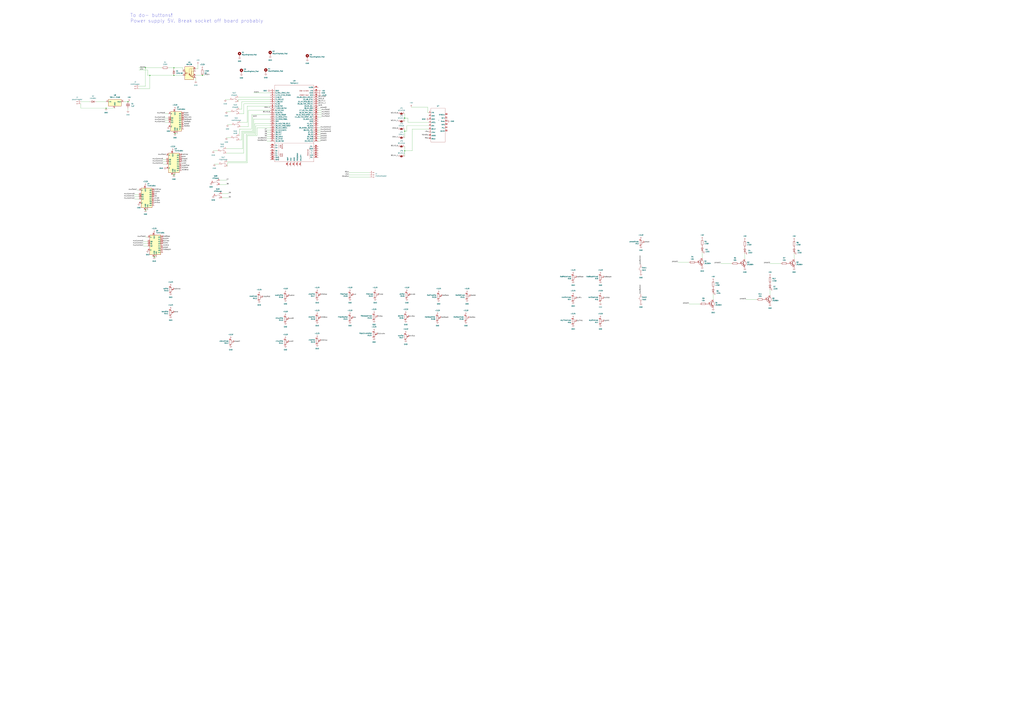
<source format=kicad_sch>
(kicad_sch (version 20230121) (generator eeschema)
  (paper "A0")
  (junction (at 201.93 78.74))
  (junction (at 123.19 125.73))
  (junction (at 148.59 118.11))
  (junction (at 168.91 78.74))
  (junction (at 469.9 152.4))
  (junction (at 201.93 87.63))
  (junction (at 469.9 137.16))
  (junction (at 168.91 243.84))
  (junction (at 179.07 298.45))
  (junction (at 203.2 154.94))
  (junction (at 469.9 175.26))
  (junction (at 234.95 87.63))
  (junction (at 173.99 87.63))
  (junction (at 201.93 203.2))
  (wire (pts (xy 922.02 294.64) (xy 922.02 300.99)))
  (wire (pts (xy 255.27 214.63) (xy 262.89 214.63)))
  (wire (pts (xy 148.59 125.73) (xy 148.59 128.27)))
  (wire (pts (xy 93.98 118.11) (xy 104.14 118.11)))
  (wire (pts (xy 212.09 78.74) (xy 212.09 82.55)))
  (wire (pts (xy 262.89 172.72) (xy 281.94 172.72)))
  (wire (pts (xy 800.1 353.06) (xy 812.8 353.06)))
  (wire (pts (xy 313.69 143.51) (xy 295.91 143.51)))
  (wire (pts (xy 372.11 151.13) (xy 369.57 151.13)))
  (wire (pts (xy 894.08 306.07) (xy 906.78 306.07)))
  (wire (pts (xy 294.64 138.43) (xy 313.69 138.43)))
  (wire (pts (xy 257.81 229.87) (xy 265.43 229.87)))
  (wire (pts (xy 469.9 175.26) (xy 469.9 181.61)))
  (wire (pts (xy 191.77 132.08) (xy 195.58 132.08)))
  (wire (pts (xy 478.79 175.26) (xy 469.9 175.26)))
  (wire (pts (xy 372.11 158.75) (xy 369.57 158.75)))
  (wire (pts (xy 189.23 185.42) (xy 193.04 185.42)))
  (wire (pts (xy 148.59 118.11) (xy 149.86 118.11)))
  (wire (pts (xy 297.18 146.05) (xy 313.69 146.05)))
  (wire (pts (xy 866.14 347.98) (xy 878.84 347.98)))
  (wire (pts (xy 309.88 163.83) (xy 313.69 163.83)))
  (wire (pts (xy 309.88 151.13) (xy 313.69 151.13)))
  (wire (pts (xy 280.67 152.4) (xy 280.67 162.56)))
  (wire (pts (xy 298.45 157.48) (xy 287.02 157.48)))
  (wire (pts (xy 372.11 148.59) (xy 369.57 148.59)))
  (wire (pts (xy 288.29 147.32) (xy 279.4 147.32)))
  (wire (pts (xy 469.9 152.4) (xy 469.9 160.02)))
  (wire (pts (xy 285.75 187.96) (xy 285.75 156.21)))
  (wire (pts (xy 264.16 187.96) (xy 285.75 187.96)))
  (wire (pts (xy 203.2 154.94) (xy 205.74 154.94)))
  (wire (pts (xy 894.08 336.55) (xy 894.08 342.9)))
  (wire (pts (xy 285.75 156.21) (xy 297.18 156.21)))
  (wire (pts (xy 280.67 162.56) (xy 278.13 162.56)))
  (wire (pts (xy 262.89 160.02) (xy 267.97 160.02)))
  (wire (pts (xy 836.93 306.07) (xy 849.63 306.07)))
  (wire (pts (xy 191.77 137.16) (xy 195.58 137.16)))
  (wire (pts (xy 156.21 231.14) (xy 161.29 231.14)))
  (wire (pts (xy 283.21 120.65) (xy 313.69 120.65)))
  (wire (pts (xy 189.23 190.5) (xy 193.04 190.5)))
  (wire (pts (xy 373.38 128.27) (xy 369.57 128.27)))
  (wire (pts (xy 292.1 149.86) (xy 292.1 133.35)))
  (wire (pts (xy 864.87 294.64) (xy 864.87 300.99)))
  (wire (pts (xy 158.75 220.98) (xy 161.29 220.98)))
  (wire (pts (xy 168.91 243.84) (xy 171.45 243.84)))
  (wire (pts (xy 309.88 158.75) (xy 313.69 158.75)))
  (wire (pts (xy 828.04 341.63) (xy 828.04 347.98)))
  (wire (pts (xy 278.13 157.48) (xy 278.13 149.86)))
  (wire (pts (xy 276.86 118.11) (xy 276.86 115.57)))
  (wire (pts (xy 294.64 153.67) (xy 294.64 138.43)))
  (wire (pts (xy 161.29 78.74) (xy 168.91 78.74)))
  (wire (pts (xy 261.62 115.57) (xy 266.7 115.57)))
  (wire (pts (xy 262.89 129.54) (xy 267.97 129.54)))
  (wire (pts (xy 372.11 156.21) (xy 369.57 156.21)))
  (wire (pts (xy 469.9 170.18) (xy 469.9 175.26)))
  (wire (pts (xy 292.1 133.35) (xy 313.69 133.35)))
  (wire (pts (xy 472.44 152.4) (xy 469.9 152.4)))
  (wire (pts (xy 288.29 128.27) (xy 288.29 147.32)))
  (wire (pts (xy 278.13 149.86) (xy 292.1 149.86)))
  (wire (pts (xy 168.91 78.74) (xy 187.96 78.74)))
  (wire (pts (xy 283.21 177.8) (xy 262.89 177.8)))
  (wire (pts (xy 309.88 153.67) (xy 313.69 153.67)))
  (wire (pts (xy 293.37 152.4) (xy 280.67 152.4)))
  (wire (pts (xy 123.19 125.73) (xy 133.35 125.73)))
  (wire (pts (xy 278.13 127) (xy 280.67 127)))
  (wire (pts (xy 297.18 156.21) (xy 297.18 146.05)))
  (wire (pts (xy 287.02 123.19) (xy 313.69 123.19)))
  (wire (pts (xy 248.92 190.5) (xy 254 190.5)))
  (wire (pts (xy 469.9 137.16) (xy 469.9 140.97)))
  (wire (pts (xy 313.69 128.27) (xy 288.29 128.27)))
  (wire (pts (xy 298.45 148.59) (xy 298.45 157.48)))
  (wire (pts (xy 496.57 124.46) (xy 496.57 130.81)))
  (wire (pts (xy 287.02 157.48) (xy 287.02 189.23)))
  (wire (pts (xy 227.33 90.17) (xy 227.33 93.98)))
  (wire (pts (xy 156.21 226.06) (xy 161.29 226.06)))
  (wire (pts (xy 478.79 149.86) (xy 478.79 175.26)))
  (wire (pts (xy 201.93 78.74) (xy 201.93 80.01)))
  (wire (pts (xy 313.69 148.59) (xy 298.45 148.59)))
  (wire (pts (xy 179.07 298.45) (xy 181.61 298.45)))
  (wire (pts (xy 372.11 163.83) (xy 369.57 163.83)))
  (wire (pts (xy 473.71 137.16) (xy 469.9 137.16)))
  (wire (pts (xy 161.29 81.28) (xy 171.45 81.28)))
  (wire (pts (xy 166.37 285.75) (xy 171.45 285.75)))
  (wire (pts (xy 201.93 203.2) (xy 203.2 203.2)))
  (wire (pts (xy 294.64 107.95) (xy 313.69 107.95)))
  (wire (pts (xy 234.95 87.63) (xy 237.49 87.63)))
  (wire (pts (xy 189.23 187.96) (xy 193.04 187.96)))
  (wire (pts (xy 281.94 153.67) (xy 294.64 153.67)))
  (wire (pts (xy 276.86 113.03) (xy 313.69 113.03)))
  (wire (pts (xy 200.66 203.2) (xy 201.93 203.2)))
  (wire (pts (xy 373.38 135.89) (xy 369.57 135.89)))
  (wire (pts (xy 93.98 125.73) (xy 123.19 125.73)))
  (wire (pts (xy 477.52 124.46) (xy 496.57 124.46)))
  (wire (pts (xy 697.23 351.79) (xy 697.23 350.52)))
  (wire (pts (xy 173.99 87.63) (xy 201.93 87.63)))
  (wire (pts (xy 227.33 87.63) (xy 234.95 87.63)))
  (wire (pts (xy 496.57 130.81) (xy 497.84 130.81)))
  (wire (pts (xy 276.86 115.57) (xy 313.69 115.57)))
  (wire (pts (xy 171.45 87.63) (xy 171.45 81.28)))
  (wire (pts (xy 369.57 125.73) (xy 372.11 125.73)))
  (wire (pts (xy 168.91 275.59) (xy 171.45 275.59)))
  (wire (pts (xy 469.9 132.08) (xy 469.9 137.16)))
  (wire (pts (xy 143.51 118.11) (xy 148.59 118.11)))
  (wire (pts (xy 787.4 304.8) (xy 800.1 304.8)))
  (wire (pts (xy 168.91 100.33) (xy 168.91 78.74)))
  (wire (pts (xy 497.84 146.05) (xy 472.44 146.05)))
  (wire (pts (xy 280.67 127) (xy 280.67 118.11)))
  (wire (pts (xy 173.99 102.87) (xy 173.99 87.63)))
  (wire (pts (xy 287.02 142.24) (xy 287.02 123.19)))
  (wire (pts (xy 195.58 78.74) (xy 201.93 78.74)))
  (wire (pts (xy 264.16 144.78) (xy 269.24 144.78)))
  (wire (pts (xy 309.88 161.29) (xy 313.69 161.29)))
  (wire (pts (xy 229.87 80.01) (xy 229.87 74.93)))
  (wire (pts (xy 111.76 118.11) (xy 123.19 118.11)))
  (wire (pts (xy 161.29 102.87) (xy 173.99 102.87)))
  (wire (pts (xy 247.65 175.26) (xy 252.73 175.26)))
  (wire (pts (xy 295.91 154.94) (xy 283.21 154.94)))
  (wire (pts (xy 171.45 87.63) (xy 173.99 87.63)))
  (wire (pts (xy 287.02 189.23) (xy 264.16 189.23)))
  (wire (pts (xy 473.71 142.24) (xy 473.71 137.16)))
  (wire (pts (xy 166.37 280.67) (xy 171.45 280.67)))
  (wire (pts (xy 201.93 87.63) (xy 212.09 87.63)))
  (wire (pts (xy 281.94 172.72) (xy 281.94 153.67)))
  (wire (pts (xy 255.27 209.55) (xy 262.89 209.55)))
  (wire (pts (xy 295.91 143.51) (xy 295.91 154.94)))
  (wire (pts (xy 405.13 205.74) (xy 429.26 205.74)))
  (wire (pts (xy 283.21 132.08) (xy 283.21 120.65)))
  (wire (pts (xy 93.98 120.65) (xy 93.98 125.73)))
  (wire (pts (xy 191.77 142.24) (xy 195.58 142.24)))
  (wire (pts (xy 156.21 228.6) (xy 161.29 228.6)))
  (wire (pts (xy 278.13 132.08) (xy 283.21 132.08)))
  (wire (pts (xy 161.29 100.33) (xy 168.91 100.33)))
  (wire (pts (xy 280.67 118.11) (xy 313.69 118.11)))
  (wire (pts (xy 472.44 146.05) (xy 472.44 152.4)))
  (wire (pts (xy 279.4 142.24) (xy 287.02 142.24)))
  (wire (pts (xy 815.34 293.37) (xy 815.34 299.72)))
  (wire (pts (xy 264.16 189.23) (xy 264.16 193.04)))
  (wire (pts (xy 497.84 142.24) (xy 473.71 142.24)))
  (wire (pts (xy 497.84 149.86) (xy 478.79 149.86)))
  (wire (pts (xy 405.13 203.2) (xy 429.26 203.2)))
  (wire (pts (xy 166.37 283.21) (xy 171.45 283.21)))
  (wire (pts (xy 373.38 130.81) (xy 369.57 130.81)))
  (wire (pts (xy 227.33 80.01) (xy 229.87 80.01)))
  (wire (pts (xy 201.93 78.74) (xy 212.09 78.74)))
  (wire (pts (xy 283.21 154.94) (xy 283.21 177.8)))
  (wire (pts (xy 293.37 135.89) (xy 293.37 152.4)))
  (wire (pts (xy 309.88 156.21) (xy 313.69 156.21)))
  (wire (pts (xy 191.77 139.7) (xy 195.58 139.7)))
  (wire (pts (xy 373.38 133.35) (xy 369.57 133.35)))
  (wire (pts (xy 257.81 224.79) (xy 265.43 224.79)))
  (wire (pts (xy 405.13 200.66) (xy 429.26 200.66)))
  (wire (pts (xy 372.11 153.67) (xy 369.57 153.67)))
  (wire (pts (xy 372.11 161.29) (xy 369.57 161.29)))
  (wire (pts (xy 469.9 149.86) (xy 469.9 152.4)))
  (text "To do- buttons!\nPower supply 5V. Break socket off board probably" (at 151.13 26.67 0) (effects (font (size 4 4)) (justify left bottom)))
  (label "saveButton" (at 744.22 307.34 90))
  (label "dlyAmt" (at 701.04 373.38 0))
  (label "lfoADepth" (at 511.81 369.57 0))
  (label "27" (at 262.89 209.55 0))
  (label "27" (at 309.88 151.13 180))
  (label "lfoARate" (at 513.08 344.17 0))
  (label "tuneC" (at 210.82 190.5 0))
  (label "preset4" (at 800.1 353.06 180))
  (label "muxControl2" (at 156.21 231.14 180))
  (label "VCOCVol" (at 372.11 396.24 0))
  (label "lfoAAtt" (at 546.1 344.17 0))
  (label "SubVol" (at 179.07 223.52 0))
  (label "muxPots3" (at 168.91 275.59 180))
  (label "tuneC" (at 335.28 397.51 0))
  (label "revMix" (at 189.23 283.21 0))
  (label "preset1" (at 372.11 163.83 0))
  (label "WCLK4_1" (at 462.28 140.97 180))
  (label "resetButton" (at 309.88 163.83 180))
  (label "muxControl2" (at 191.77 142.24 180))
  (label "VCOAVol" (at 372.11 342.9 0))
  (label "tuneB" (at 210.82 187.96 0))
  (label "lfoBRate" (at 669.29 322.58 0))
  (label "preset1" (at 787.4 304.8 180))
  (label "preset2" (at 372.11 161.29 0))
  (label "muxControl0" (at 189.23 185.42 180))
  (label "filtEnvAm" (at 213.36 137.16 0))
  (label "muxControl0" (at 166.37 280.67 180))
  (label "muxControl1" (at 156.21 228.6 180))
  (label "VCOCVol" (at 179.07 220.98 0))
  (label "bend" (at 201.93 363.22 0))
  (label "filtDec" (at 213.36 134.62 0))
  (label "to19" (at 369.57 123.19 0))
  (label "muxControl1" (at 372.11 151.13 0))
  (label "lfoADepth" (at 213.36 139.7 0))
  (label "muxControl2" (at 189.23 190.5 180))
  (label "VCOAVol" (at 210.82 195.58 0))
  (label "29" (at 265.43 224.79 0))
  (label "29" (at 309.88 156.21 180))
  (label "muxPots2" (at 158.75 220.98 180))
  (label "sink" (at 162.56 81.28 0))
  (label "LOut" (at 497.84 153.67 180))
  (label "lfoBRate" (at 189.23 275.59 0))
  (label "saveButton" (at 309.88 161.29 180))
  (label "ROut" (at 405.13 200.66 180))
  (label "LOut" (at 405.13 203.2 180))
  (label "cut" (at 179.07 226.06 0))
  (label "to19" (at 293.37 135.89 0))
  (label "mainVol" (at 201.93 336.55 0))
  (label "WCLK3_6" (at 462.28 132.08 180))
  (label "DIN4_1" (at 462.28 160.02 180))
  (label "VCOBVol" (at 210.82 198.12 0))
  (label "envAtt" (at 476.25 342.9 0))
  (label "preset2" (at 836.93 306.07 180))
  (label "tuneB" (at 335.28 370.84 0))
  (label "res" (at 410.21 369.57 0))
  (label "muxControl2" (at 372.11 148.59 0))
  (label "revSize" (at 189.23 285.75 0))
  (label "preset4" (at 372.11 156.21 0))
  (label "muxControl1" (at 189.23 187.96 180))
  (label "muxControl0" (at 372.11 153.67 0))
  (label "midiIn" (at 294.64 107.95 0))
  (label "AGndOut" (at 405.13 205.74 180))
  (label "cut" (at 410.21 342.9 0))
  (label "BCLK4_1" (at 462.28 181.61 180))
  (label "envDec" (at 179.07 233.68 0))
  (label "muxControl1" (at 166.37 283.21 180))
  (label "crossMod" (at 210.82 193.04 0))
  (label "muxPots1" (at 373.38 130.81 0))
  (label "DIN3_6" (at 369.57 115.57 0))
  (label "WCLK3_6" (at 369.57 113.03 0))
  (label "muxControl0" (at 156.21 226.06 180))
  (label "envSus" (at 474.98 391.16 0))
  (label "30" (at 265.43 229.87 0))
  (label "AGndOut" (at 497.84 157.48 180))
  (label "midiIn" (at 237.49 87.63 0))
  (label "muxPots0" (at 373.38 128.27 0))
  (label "preset5" (at 866.14 347.98 180))
  (label "muxPots2" (at 373.38 133.35 0))
  (label "envDec" (at 474.98 368.3 0))
  (label "muxControl0" (at 191.77 137.16 180))
  (label "preset5" (at 372.11 125.73 0))
  (label "BCLK4_1" (at 369.57 118.11 0))
  (label "30" (at 309.88 158.75 180))
  (label "revSize" (at 701.04 346.71 0))
  (label "muxPots3" (at 373.38 135.89 0))
  (label "lfoARate" (at 213.36 142.24 0))
  (label "28" (at 309.88 153.67 180))
  (label "muxPots1" (at 193.04 180.34 180))
  (label "revMix" (at 669.29 346.71 0))
  (label "bend" (at 210.82 182.88 0))
  (label "lfoBdepth" (at 701.04 322.58 0))
  (label "ROut" (at 497.84 161.29 180))
  (label "VCOBVol" (at 372.11 369.57 0))
  (label "crossMod" (at 304.8 345.44 0))
  (label "dlyTime" (at 669.29 373.38 0))
  (label "preset3" (at 894.08 306.07 180))
  (label "28" (at 262.89 214.63 0))
  (label "BCLK3_6" (at 462.28 170.18 180))
  (label "resetButton" (at 744.22 341.63 90))
  (label "dlyAmt" (at 189.23 278.13 0))
  (label "filtAtt" (at 213.36 132.08 0))
  (label "filtDec" (at 438.15 368.3 0))
  (label "BCLK3_6" (at 313.69 130.81 180))
  (label "lfoADec" (at 213.36 147.32 0))
  (label "dlyTime" (at 189.23 280.67 0))
  (label "mainVol" (at 210.82 180.34 0))
  (label "SubVol" (at 335.28 344.17 0))
  (label "res" (at 179.07 228.6 0))
  (label "lfoBdepth" (at 189.23 290.83 0))
  (label "preset3" (at 372.11 158.75 0))
  (label "DIN3_6" (at 462.28 149.86 180))
  (label "preset" (at 748.03 281.94 0))
  (label "envAtt" (at 179.07 231.14 0))
  (label "muxControl1" (at 191.77 139.7 180))
  (label "filtEnvAm" (at 438.15 388.62 0))
  (label "shapeC" (at 210.82 185.42 0))
  (label "filtAtt" (at 439.42 342.9 0))
  (label "muxControl2" (at 166.37 285.75 180))
  (label "WCLK4_1" (at 369.57 120.65 0))
  (label "DIN4_1" (at 313.69 125.73 180))
  (label "shapeC" (at 271.78 397.51 0))
  (label "source" (at 162.56 78.74 0))
  (label "muxPots0" (at 191.77 132.08 180))
  (label "lfoAAtt" (at 213.36 144.78 0))
  (label "preset" (at 189.23 288.29 0))
  (label "lfoADec" (at 544.83 369.57 0))
  (label "envSus" (at 179.07 236.22 0))
  (symbol (lib_id "Transistor_BJT:2N3904") (at 891.54 347.98 0) (unit 1)
    (property "Reference" "Q5" (at 896.62 346.71 0) (effects (justify left)))
    (property "Value" "2N3904" (at 896.62 349.25 0) (effects (justify left)))
    (property "Footprint" "Package_TO_SOT_THT:TO-92_Inline" (effects hide))
    (property "Datasheet" "https://www.onsemi.com/pub/Collateral/2N3903-D.PDF" (effects hide))
  )
  (symbol (lib_id "Device:R") (at 828.04 330.2 180) (unit 1)
    (property "Reference" "R10" (at 830.58 328.93 0) (effects (justify right)))
    (property "Value" "470R" (at 830.58 331.47 0) (effects (justify right)))
    (property "Footprint" "Resistor_THT:R_Axial_DIN0207_L6.3mm_D2.5mm_P7.62mm_Horizontal" (effects hide))
  )
  (symbol (lib_id "Device:R_Potentiometer") (at 198.12 336.55 0) (mirror x) (unit 1)
    (property "Reference" "RV10" (at 195.58 337.82 0) (effects (justify right)))
    (property "Value" "volPot" (at 195.58 335.28 0) (effects (justify right)))
    (property "Footprint" "footprints:alphaPot_Centred" (effects hide))
  )
  (symbol (lib_id "andrewsThings:Teensy4.1") (at 341.63 160.02 0) (unit 1)
    (property "Reference" "U9" (at 341.63 93.98 0))
    (property "Value" "Teensy4.1" (at 341.63 96.52 0))
    (property "Footprint" "footprints:Teensy41" (effects hide))
  )
  (symbol (lib_id "power:+3.3V") (at 697.23 342.9 0) (unit 1)
    (property "Reference" "#PWR052" (effects hide))
    (property "Value" "+3.3V" (at 697.23 337.82 0))
  )
  (symbol (lib_id "power:GND") (at 203.2 154.94 0) (unit 1)
    (property "Reference" "#PWR06" (effects hide))
    (property "Value" "GND" (at 203.2 160.02 0))
  )
  (symbol (lib_id "Switch:SW_SPDT_MSM") (at 273.05 129.54 0) (unit 1)
    (property "Reference" "SW3" (at 273.177 121.92 0))
    (property "Value" "shapeB" (at 273.177 124.46 0))
    (property "Footprint" "footprints:miniToggle" (effects hide))
  )
  (symbol (lib_id "power:+3.3V") (at 471.17 387.35 0) (unit 1)
    (property "Reference" "#PWR094" (effects hide))
    (property "Value" "+3.3V" (at 471.17 382.27 0))
  )
  (symbol (lib_id "power:GND") (at 262.89 160.02 0) (unit 1)
    (property "Reference" "#PWR037" (effects hide))
    (property "Value" "GND" (at 262.89 165.1 0))
  )
  (symbol (lib_id "power:GND") (at 264.16 144.78 0) (unit 1)
    (property "Reference" "#PWR036" (effects hide))
    (property "Value" "GND" (at 264.16 149.86 0))
  )
  (symbol (lib_id "power:+3.3V") (at 472.44 339.09 0) (unit 1)
    (property "Reference" "#PWR090" (effects hide))
    (property "Value" "+3.3V" (at 472.44 334.01 0))
  )
  (symbol (lib_id "Device:R_Potentiometer_Trim") (at 697.23 322.58 0) (mirror x) (unit 1)
    (property "Reference" "RV9" (at 694.69 323.85 0) (effects (justify right)))
    (property "Value" "lfoBDepthKnob" (at 694.69 321.31 0) (effects (justify right)))
    (property "Footprint" "footprints:R0904N_newholes" (effects hide))
  )
  (symbol (lib_id "Device:R_Potentiometer") (at 434.34 388.62 0) (mirror x) (unit 1)
    (property "Reference" "RV24" (at 431.8 389.89 0) (effects (justify right)))
    (property "Value" "filterEnvAmtPot" (at 431.8 387.35 0) (effects (justify right)))
    (property "Footprint" "footprints:alphaPot_Centred" (effects hide))
  )
  (symbol (lib_id "Device:R_Potentiometer_Trim") (at 541.02 369.57 0) (mirror x) (unit 1)
    (property "Reference" "RV30" (at 538.48 370.84 0) (effects (justify right)))
    (property "Value" "lfoADecKnob" (at 538.48 368.3 0) (effects (justify right)))
    (property "Footprint" "footprints:R0904N_newholes" (effects hide))
  )
  (symbol (lib_id "Isolator:6N138") (at 219.71 85.09 0) (unit 1)
    (property "Reference" "U5" (at 219.71 72.39 0))
    (property "Value" "6N138" (at 219.71 74.93 0))
    (property "Footprint" "Package_DIP:DIP-8_W7.62mm" (effects hide))
    (property "Datasheet" "http://www.onsemi.com/pub/Collateral/HCPL2731-D.pdf" (effects hide))
  )
  (symbol (lib_id "power:GND") (at 864.87 311.15 0) (unit 1)
    (property "Reference" "#PWR026" (effects hide))
    (property "Value" "GND" (at 864.87 316.23 0))
  )
  (symbol (lib_id "power:+5V") (at 149.86 118.11 0) (unit 1)
    (property "Reference" "#PWR044" (effects hide))
    (property "Value" "+5V" (at 149.86 113.03 0))
  )
  (symbol (lib_id "Connector:Conn_01x02_Pin") (at 156.21 100.33 0) (unit 1)
    (property "Reference" "J3" (at 156.845 95.25 0))
    (property "Value" "midiHeader" (at 156.845 97.79 0))
    (property "Footprint" "TerminalBlock_Phoenix:TerminalBlock_Phoenix_MPT-0,5-2-2.54_1x02_P2.54mm_Horizontal" (effects hide))
  )
  (symbol (lib_id "power:+3.3V") (at 331.47 367.03 0) (unit 1)
    (property "Reference" "#PWR068" (effects hide))
    (property "Value" "+3.3V" (at 331.47 361.95 0))
  )
  (symbol (lib_id "Device:R_Potentiometer") (at 198.12 363.22 0) (mirror x) (unit 1)
    (property "Reference" "RV11" (at 195.58 364.49 0) (effects (justify right)))
    (property "Value" "bendPot" (at 195.58 361.95 0) (effects (justify right)))
    (property "Footprint" "footprints:alphaPot_Centred" (effects hide))
  )
  (symbol (lib_id "Jumper:SolderJumper_2_Open") (at 466.09 149.86 0) (unit 1)
    (property "Reference" "JP3" (at 466.09 143.51 0))
    (property "Value" "DIN3.6" (at 466.09 146.05 0))
    (property "Footprint" "Jumper:SolderJumper-2_P1.3mm_Open_Pad1.0x1.5mm" (effects hide))
  )
  (symbol (lib_id "power:+5V") (at 477.52 124.46 0) (unit 1)
    (property "Reference" "#PWR016" (effects hide))
    (property "Value" "+5V" (at 477.52 119.38 0))
  )
  (symbol (lib_id "Device:R_Potentiometer") (at 368.3 342.9 0) (mirror x) (unit 1)
    (property "Reference" "RV17" (at 365.76 344.17 0) (effects (justify right)))
    (property "Value" "aVolPot" (at 365.76 341.63 0) (effects (justify right)))
    (property "Footprint" "footprints:alphaPot_Centred" (effects hide))
  )
  (symbol (lib_id "Mechanical:MountingHole_Pad") (at 278.13 63.5 0) (unit 1)
    (property "Reference" "H1" (at 280.67 60.96 0) (effects (justify left)))
    (property "Value" "MountingHole_Pad" (at 280.67 63.5 0) (effects (justify left)))
    (property "Footprint" "MountingHole:MountingHole_3.2mm_M3_Pad" (effects hide))
  )
  (symbol (lib_id "power:GND") (at 665.48 377.19 0) (unit 1)
    (property "Reference" "#PWR055" (effects hide))
    (property "Value" "GND" (at 665.48 382.27 0))
  )
  (symbol (lib_id "power:GND") (at 472.44 346.71 0) (unit 1)
    (property "Reference" "#PWR091" (effects hide))
    (property "Value" "GND" (at 472.44 351.79 0))
  )
  (symbol (lib_id "Device:R") (at 816.61 353.06 270) (unit 1)
    (property "Reference" "R9" (at 816.61 346.71 90))
    (property "Value" "10k" (at 816.61 349.25 90))
    (property "Footprint" "Resistor_THT:R_Axial_DIN0207_L6.3mm_D2.5mm_P7.62mm_Horizontal" (effects hide))
  )
  (symbol (lib_id "Device:R_Potentiometer_Trim") (at 665.48 373.38 0) (mirror x) (unit 1)
    (property "Reference" "RV6" (at 662.94 374.65 0) (effects (justify right)))
    (property "Value" "dlyTimeKnob" (at 662.94 372.11 0) (effects (justify right)))
    (property "Footprint" "footprints:R0904N_newholes" (effects hide))
  )
  (symbol (lib_id "Device:R_Potentiometer") (at 368.3 369.57 0) (mirror x) (unit 1)
    (property "Reference" "RV18" (at 365.76 370.84 0) (effects (justify right)))
    (property "Value" "bVolPot" (at 365.76 368.3 0) (effects (justify right)))
    (property "Footprint" "footprints:alphaPot_Centred" (effects hide))
  )
  (symbol (lib_id "power:+3.3V") (at 200.66 175.26 0) (unit 1)
    (property "Reference" "#PWR01" (effects hide))
    (property "Value" "+3.3V" (at 200.66 170.18 0))
  )
  (symbol (lib_id "power:GND") (at 471.17 394.97 0) (unit 1)
    (property "Reference" "#PWR095" (effects hide))
    (property "Value" "GND" (at 471.17 400.05 0))
  )
  (symbol (lib_id "Device:R_Potentiometer") (at 472.44 342.9 0) (mirror x) (unit 1)
    (property "Reference" "RV25" (at 469.9 344.17 0) (effects (justify right)))
    (property "Value" "attPot" (at 469.9 341.63 0) (effects (justify right)))
    (property "Footprint" "footprints:alphaPot_Centred" (effects hide))
  )
  (symbol (lib_id "Device:R_Potentiometer") (at 406.4 342.9 0) (mirror x) (unit 1)
    (property "Reference" "RV20" (at 403.86 344.17 0) (effects (justify right)))
    (property "Value" "filterFpot" (at 403.86 341.63 0) (effects (justify right)))
    (property "Footprint" "footprints:alphaPot_Centred" (effects hide))
  )
  (symbol (lib_id "power:+3.3V") (at 179.07 270.51 0) (unit 1)
    (property "Reference" "#PWR011" (effects hide))
    (property "Value" "+3.3V" (at 179.07 265.43 0))
  )
  (symbol (lib_id "Jumper:SolderJumper_2_Open") (at 466.09 181.61 0) (unit 1)
    (property "Reference" "JP6" (at 466.09 175.26 0))
    (property "Value" "BCLK4.1" (at 466.09 177.8 0))
    (property "Footprint" "Jumper:SolderJumper-2_P1.3mm_Open_Pad1.0x1.5mm" (effects hide))
  )
  (symbol (lib_id "power:GND") (at 406.4 346.71 0) (unit 1)
    (property "Reference" "#PWR083" (effects hide))
    (property "Value" "GND" (at 406.4 351.79 0))
  )
  (symbol (lib_id "power:GND") (at 280.3571 85.4801 0) (unit 1)
    (property "Reference" "#PWR047" (effects hide))
    (property "Value" "GND" (at 280.3571 90.5601 0))
  )
  (symbol (lib_id "Device:R") (at 803.91 304.8 270) (unit 1)
    (property "Reference" "R4" (at 803.91 298.45 90))
    (property "Value" "10k" (at 803.91 300.99 90))
    (property "Footprint" "Resistor_THT:R_Axial_DIN0207_L6.3mm_D2.5mm_P7.62mm_Horizontal" (effects hide))
  )
  (symbol (lib_id "Device:R_Potentiometer") (at 406.4 369.57 0) (mirror x) (unit 1)
    (property "Reference" "RV21" (at 403.86 370.84 0) (effects (justify right)))
    (property "Value" "filterResPot" (at 403.86 368.3 0) (effects (justify right)))
    (property "Footprint" "footprints:alphaPot_Centred" (effects hide))
  )
  (symbol (lib_id "power:GND") (at 697.23 377.19 0) (unit 1)
    (property "Reference" "#PWR057" (effects hide))
    (property "Value" "GND" (at 697.23 382.27 0))
  )
  (symbol (lib_id "power:+3.3V") (at 368.3 365.76 0) (unit 1)
    (property "Reference" "#PWR078" (effects hide))
    (property "Value" "+3.3V" (at 368.3 360.68 0))
  )
  (symbol (lib_id "power:+3.3V") (at 368.3 339.09 0) (unit 1)
    (property "Reference" "#PWR076" (effects hide))
    (property "Value" "+3.3V" (at 368.3 334.01 0))
  )
  (symbol (lib_id "power:GND") (at 161.29 236.22 0) (unit 1)
    (property "Reference" "#PWR08" (effects hide))
    (property "Value" "GND" (at 161.29 241.3 0))
  )
  (symbol (lib_id "power:GND") (at 198.12 340.36 0) (unit 1)
    (property "Reference" "#PWR063" (effects hide))
    (property "Value" "GND" (at 198.12 345.44 0))
  )
  (symbol (lib_id "power:GND") (at 313.69 105.41 270) (unit 1)
    (property "Reference" "#PWR018" (effects hide))
    (property "Value" "GND" (at 309.88 105.41 90) (effects (justify right)))
  )
  (symbol (lib_id "power:+3.3V") (at 744.22 278.13 0) (unit 1)
    (property "Reference" "#PWR048" (effects hide))
    (property "Value" "+3.3V" (at 744.22 273.05 0))
  )
  (symbol (lib_id "power:GND") (at 179.07 298.45 0) (unit 1)
    (property "Reference" "#PWR012" (effects hide))
    (property "Value" "GND" (at 179.07 303.53 0))
  )
  (symbol (lib_id "Transistor_BJT:2N3904") (at 825.5 353.06 0) (unit 1)
    (property "Reference" "Q4" (at 830.58 351.79 0) (effects (justify left)))
    (property "Value" "2N3904" (at 830.58 354.33 0) (effects (justify left)))
    (property "Footprint" "Package_TO_SOT_THT:TO-92_Inline" (effects hide))
    (property "Datasheet" "https://www.onsemi.com/pub/Collateral/2N3903-D.PDF" (effects hide))
  )
  (symbol (lib_id "power:GND") (at 471.17 372.11 0) (unit 1)
    (property "Reference" "#PWR093" (effects hide))
    (property "Value" "GND" (at 471.17 377.19 0))
  )
  (symbol (lib_id "power:+3.3V") (at 435.61 339.09 0) (unit 1)
    (property "Reference" "#PWR086" (effects hide))
    (property "Value" "+3.3V" (at 435.61 334.01 0))
  )
  (symbol (lib_id "power:GND") (at 434.34 392.43 0) (unit 1)
    (property "Reference" "#PWR089" (effects hide))
    (property "Value" "GND" (at 434.34 397.51 0))
  )
  (symbol (lib_id "power:+3.3V") (at 198.12 359.41 0) (unit 1)
    (property "Reference" "#PWR064" (effects hide))
    (property "Value" "+3.3V" (at 198.12 354.33 0))
  )
  (symbol (lib_id "power:+3.3V") (at 406.4 339.09 0) (unit 1)
    (property "Reference" "#PWR082" (effects hide))
    (property "Value" "+3.3V" (at 406.4 334.01 0))
  )
  (symbol (lib_id "Device:R_Potentiometer") (at 471.17 368.3 0) (mirror x) (unit 1)
    (property "Reference" "RV26" (at 468.63 369.57 0) (effects (justify right)))
    (property "Value" "decPot" (at 468.63 367.03 0) (effects (justify right)))
    (property "Footprint" "footprints:alphaPot_Centred" (effects hide))
  )
  (symbol (lib_id "Switch:SW_Push") (at 744.22 346.71 90) (unit 1)
    (property "Reference" "SW10" (at 745.49 345.44 90) (effects (justify right)))
    (property "Value" "reset" (at 745.49 347.98 90) (effects (justify right)))
    (property "Footprint" "footprints:pushButtonEuro" (effects hide))
  )
  (symbol (lib_id "Switch:SW_SPDT_MSM") (at 250.19 212.09 0) (unit 1)
    (property "Reference" "SW8" (at 250.317 204.47 0))
    (property "Value" "LFOdest" (at 250.317 207.01 0))
    (property "Footprint" "footprints:miniToggle" (effects hide))
  )
  (symbol (lib_id "Connector:Conn_01x02_Pin") (at 88.9 118.11 0) (unit 1)
    (property "Reference" "J4" (at 89.535 113.03 0))
    (property "Value" "powerHeader" (at 89.535 115.57 0))
    (property "Footprint" "TerminalBlock_Phoenix:TerminalBlock_Phoenix_MPT-0,5-2-2.54_1x02_P2.54mm_Horizontal" (effects hide))
  )
  (symbol (lib_id "power:+5V") (at 864.87 279.4 0) (unit 1)
    (property "Reference" "#PWR025" (effects hide))
    (property "Value" "+5V" (at 864.87 274.32 0))
  )
  (symbol (lib_id "Device:R") (at 191.77 78.74 90) (unit 1)
    (property "Reference" "R1" (at 191.77 72.39 90))
    (property "Value" "220R" (at 191.77 74.93 90))
    (property "Footprint" "Resistor_THT:R_Axial_DIN0207_L6.3mm_D2.5mm_P7.62mm_Horizontal" (effects hide))
  )
  (symbol (lib_id "power:GND") (at 368.3 346.71 0) (unit 1)
    (property "Reference" "#PWR077" (effects hide))
    (property "Value" "GND" (at 368.3 351.79 0))
  )
  (symbol (lib_id "power:+5V") (at 828.04 326.39 0) (unit 1)
    (property "Reference" "#PWR029" (effects hide))
    (property "Value" "+5V" (at 828.04 321.31 0))
  )
  (symbol (lib_id "power:GND") (at 245.11 212.09 0) (unit 1)
    (property "Reference" "#PWR040" (effects hide))
    (property "Value" "GND" (at 245.11 217.17 0))
  )
  (symbol (lib_id "Switch:SW_SPDT_MSM") (at 252.73 227.33 0) (unit 1)
    (property "Reference" "SW9" (at 252.857 219.71 0))
    (property "Value" "LFOShape" (at 252.857 222.25 0))
    (property "Footprint" "footprints:miniToggle" (effects hide))
  )
  (symbol (lib_id "power:GND") (at 278.13 66.04 0) (unit 1)
    (property "Reference" "#PWR045" (effects hide))
    (property "Value" "GND" (at 278.13 71.12 0))
  )
  (symbol (lib_id "power:GND") (at 519.43 140.97 90) (unit 1)
    (property "Reference" "#PWR013" (effects hide))
    (property "Value" "GND" (at 523.24 140.97 90) (effects (justify right)))
  )
  (symbol (lib_id "Device:R_Potentiometer_Trim") (at 434.34 368.3 0) (mirror x) (unit 1)
    (property "Reference" "RV23" (at 431.8 369.57 0) (effects (justify right)))
    (property "Value" "fReleaseKnob" (at 431.8 367.03 0) (effects (justify right)))
    (property "Footprint" "footprints:R0904N_newholes" (effects hide))
  )
  (symbol (lib_id "Device:R") (at 910.59 306.07 270) (unit 1)
    (property "Reference" "R7" (at 910.59 299.72 90))
    (property "Value" "10k" (at 910.59 302.26 90))
    (property "Footprint" "Resistor_THT:R_Axial_DIN0207_L6.3mm_D2.5mm_P7.62mm_Horizontal" (effects hide))
  )
  (symbol (lib_id "power:+5V") (at 815.34 278.13 0) (unit 1)
    (property "Reference" "#PWR023" (effects hide))
    (property "Value" "+5V" (at 815.34 273.05 0))
  )
  (symbol (lib_id "power:GND") (at 331.47 347.98 0) (unit 1)
    (property "Reference" "#PWR075" (effects hide))
    (property "Value" "GND" (at 331.47 353.06 0))
  )
  (symbol (lib_id "power:GND") (at 267.97 401.32 0) (unit 1)
    (property "Reference" "#PWR067" (effects hide))
    (property "Value" "GND" (at 267.97 406.4 0))
  )
  (symbol (lib_id "power:GND") (at 665.48 350.52 0) (unit 1)
    (property "Reference" "#PWR051" (effects hide))
    (property "Value" "GND" (at 665.48 355.6 0))
  )
  (symbol (lib_id "Device:R_Potentiometer") (at 509.27 344.17 0) (mirror x) (unit 1)
    (property "Reference" "RV29" (at 506.73 345.44 0) (effects (justify right)))
    (property "Value" "lfoAFreqPot" (at 506.73 342.9 0) (effects (justify right)))
    (property "Footprint" "footprints:alphaPot_Centred" (effects hide))
  )
  (symbol (lib_id "power:GND") (at 922.02 311.15 0) (unit 1)
    (property "Reference" "#PWR028" (effects hide))
    (property "Value" "GND" (at 922.02 316.23 0))
  )
  (symbol (lib_id "Device:R") (at 234.95 83.82 0) (mirror y) (unit 1)
    (property "Reference" "R2" (at 237.49 85.09 0) (effects (justify right)))
    (property "Value" "470R" (at 237.49 82.55 0) (effects (justify right)))
    (property "Footprint" "Resistor_THT:R_Axial_DIN0207_L6.3mm_D2.5mm_P7.62mm_Horizontal" (effects hide))
  )
  (symbol (lib_id "Mechanical:MountingHole_Pad") (at 308.61 82.55 0) (unit 1)
    (property "Reference" "H4" (at 311.15 80.01 0) (effects (justify left)))
    (property "Value" "MountingHole_Pad" (at 311.15 82.55 0) (effects (justify left)))
    (property "Footprint" "MountingHole:MountingHole_3.2mm_M3_Pad" (effects hide))
  )
  (symbol (lib_id "power:GND") (at 697.23 326.39 0) (unit 1)
    (property "Reference" "#PWR061" (effects hide))
    (property "Value" "GND" (at 697.23 331.47 0))
  )
  (symbol (lib_id "power:GND") (at 744.22 317.5 0) (unit 1)
    (property "Reference" "#PWR043" (effects hide))
    (property "Value" "GND" (at 744.22 322.58 0))
  )
  (symbol (lib_id "power:GND") (at 247.65 175.26 0) (unit 1)
    (property "Reference" "#PWR038" (effects hide))
    (property "Value" "GND" (at 247.65 180.34 0))
  )
  (symbol (lib_id "Connector:Conn_01x03_Pin") (at 434.34 203.2 180) (unit 1)
    (property "Reference" "J1" (at 435.61 201.93 0) (effects (justify right)))
    (property "Value" "lineOutHeader" (at 435.61 204.47 0) (effects (justify right)))
    (property "Footprint" "TerminalBlock_Phoenix:TerminalBlock_Phoenix_MPT-0,5-3-2.54_1x03_P2.54mm_Horizontal" (effects hide))
  )
  (symbol (lib_id "andrewsThings:UDA1334Breakout") (at 502.92 144.78 0) (unit 1)
    (property "Reference" "U7" (at 508.635 123.19 0))
    (property "Value" "~" (at 509.27 139.7 90))
    (property "Footprint" "footprints:1334ABreakout" (effects hide))
  )
  (symbol (lib_id "Jumper:SolderJumper_2_Open") (at 466.09 160.02 0) (unit 1)
    (property "Reference" "JP4" (at 466.09 153.67 0))
    (property "Value" "DIN4.1" (at 466.09 156.21 0))
    (property "Footprint" "Jumper:SolderJumper-2_P1.3mm_Open_Pad1.0x1.5mm" (effects hide))
  )
  (symbol (lib_id "Device:R_Potentiometer_Trim") (at 542.29 344.17 0) (mirror x) (unit 1)
    (property "Reference" "RV31" (at 539.75 345.44 0) (effects (justify right)))
    (property "Value" "lfoAAttKnob" (at 539.75 342.9 0) (effects (justify right)))
    (property "Footprint" "footprints:R0904N_newholes" (effects hide))
  )
  (symbol (lib_id "power:GND") (at 509.27 347.98 0) (unit 1)
    (property "Reference" "#PWR099" (effects hide))
    (property "Value" "GND" (at 509.27 353.06 0))
  )
  (symbol (lib_id "Transistor_BJT:2N3904") (at 919.48 306.07 0) (unit 1)
    (property "Reference" "Q3" (at 924.56 304.8 0) (effects (justify left)))
    (property "Value" "2N3904" (at 924.56 307.34 0) (effects (justify left)))
    (property "Footprint" "Package_TO_SOT_THT:TO-92_Inline" (effects hide))
    (property "Datasheet" "https://www.onsemi.com/pub/Collateral/2N3903-D.PDF" (effects hide))
  )
  (symbol (lib_id "Jumper:SolderJumper_2_Open") (at 466.09 170.18 0) (unit 1)
    (property "Reference" "JP5" (at 466.09 163.83 0))
    (property "Value" "BCLK3.6" (at 466.09 166.37 0))
    (property "Footprint" "Jumper:SolderJumper-2_P1.3mm_Open_Pad1.0x1.5mm" (effects hide))
  )
  (symbol (lib_id "power:GND") (at 262.89 129.54 0) (unit 1)
    (property "Reference" "#PWR035" (effects hide))
    (property "Value" "GND" (at 262.89 134.62 0))
  )
  (symbol (lib_id "74xx:74HC4051") (at 179.07 283.21 0) (unit 1)
    (property "Reference" "U6" (at 181.0259 267.97 0) (effects (justify left)))
    (property "Value" "74HC4051" (at 181.0259 270.51 0) (effects (justify left)))
    (property "Footprint" "Package_DIP:DIP-16_W7.62mm" (effects hide))
    (property "Datasheet" "http://www.ti.com/lit/ds/symlink/cd74hc4051.pdf" (effects hide))
  )
  (symbol (lib_id "Device:R") (at 882.65 347.98 270) (unit 1)
    (property "Reference" "R11" (at 882.65 341.63 90))
    (property "Value" "10k" (at 882.65 344.17 90))
    (property "Footprint" "Resistor_THT:R_Axial_DIN0207_L6.3mm_D2.5mm_P7.62mm_Horizontal" (effects hide))
  )
  (symbol (lib_id "power:+3.3V") (at 300.99 341.63 0) (unit 1)
    (property "Reference" "#PWR072" (effects hide))
    (property "Value" "+3.3V" (at 300.99 336.55 0))
  )
  (symbol (lib_id "power:+3.3V") (at 697.23 369.57 0) (unit 1)
    (property "Reference" "#PWR056" (effects hide))
    (property "Value" "+3.3V" (at 697.23 364.49 0))
  )
  (symbol (lib_id "Jumper:SolderJumper_2_Open") (at 466.09 140.97 0) (unit 1)
    (property "Reference" "JP2" (at 466.09 134.62 0))
    (property "Value" "WCLK4.1" (at 466.09 137.16 0))
    (property "Footprint" "Jumper:SolderJumper-2_P1.3mm_Open_Pad1.0x1.5mm" (effects hide))
  )
  (symbol (lib_id "power:GND") (at 744.22 351.79 0) (unit 1)
    (property "Reference" "#PWR042" (effects hide))
    (property "Value" "GND" (at 744.22 356.87 0))
  )
  (symbol (lib_id "power:GND") (at 331.47 374.65 0) (unit 1)
    (property "Reference" "#PWR069" (effects hide))
    (property "Value" "GND" (at 331.47 379.73 0))
  )
  (symbol (lib_id "power:+3.3V") (at 542.29 340.36 0) (unit 1)
    (property "Reference" "#PWR0100" (effects hide))
    (property "Value" "+3.3V" (at 542.29 335.28 0))
  )
  (symbol (lib_id "Device:LED") (at 894.08 332.74 90) (unit 1)
    (property "Reference" "D7" (at 897.89 333.0575 90) (effects (justify right)))
    (property "Value" "LED5" (at 897.89 335.5975 90) (effects (justify right)))
    (property "Footprint" "LED_THT:LED_D5.0mm_FlatTop" (effects hide))
  )
  (symbol (lib_id "power:+3.3V") (at 267.97 393.7 0) (unit 1)
    (property "Reference" "#PWR066" (effects hide))
    (property "Value" "+3.3V" (at 267.97 388.62 0))
  )
  (symbol (lib_id "power:GND") (at 300.99 349.25 0) (unit 1)
    (property "Reference" "#PWR073" (effects hide))
    (property "Value" "GND" (at 300.99 354.33 0))
  )
  (symbol (lib_id "Jumper:SolderJumper_2_Open") (at 466.09 132.08 0) (unit 1)
    (property "Reference" "JP1" (at 466.09 125.73 0))
    (property "Value" "WCLK3.6" (at 466.09 128.27 0))
    (property "Footprint" "Jumper:SolderJumper-2_P1.3mm_Open_Pad1.0x1.5mm" (effects hide))
  )
  (symbol (lib_id "power:GND") (at 195.58 147.32 0) (unit 1)
    (property "Reference" "#PWR09" (effects hide))
    (property "Value" "GND" (at 195.58 152.4 0))
  )
  (symbol (lib_id "power:GND") (at 406.4 373.38 0) (unit 1)
    (property "Reference" "#PWR085" (effects hide))
    (property "Value" "GND" (at 406.4 378.46 0))
  )
  (symbol (lib_id "Device:R") (at 815.34 281.94 180) (unit 1)
    (property "Reference" "R3" (at 817.88 280.67 0) (effects (justify right)))
    (property "Value" "470R" (at 817.88 283.21 0) (effects (justify right)))
    (property "Footprint" "Resistor_THT:R_Axial_DIN0207_L6.3mm_D2.5mm_P7.62mm_Horizontal" (effects hide))
  )
  (symbol (lib_id "power:GND") (at 247.65 227.33 0) (unit 1)
    (property "Reference" "#PWR041" (effects hide))
    (property "Value" "GND" (at 247.65 232.41 0))
  )
  (symbol (lib_id "power:GND") (at 148.59 128.27 0) (unit 1)
    (property "Reference" "#PWR019" (effects hide))
    (property "Value" "GND" (at 148.59 133.35 0))
  )
  (symbol (lib_id "Switch:SW_SPDT_MSM") (at 259.08 190.5 0) (unit 1)
    (property "Reference" "SW7" (at 259.207 182.88 0))
    (property "Value" "filterMode" (at 259.207 185.42 0))
    (property "Footprint" "footprints:miniToggle" (effects hide))
  )
  (symbol (lib_id "power:+5V") (at 369.57 105.41 270) (unit 1)
    (property "Reference" "#PWR015" (effects hide))
    (property "Value" "+5V" (at 373.38 105.41 90) (effects (justify left)))
  )
  (symbol (lib_id "power:+5V") (at 229.87 74.93 0) (unit 1)
    (property "Reference" "#PWR021" (effects hide))
    (property "Value" "+5V" (at 229.87 69.85 0))
  )
  (symbol (lib_id "power:+3.3V") (at 541.02 365.76 0) (unit 1)
    (property "Reference" "#PWR0105" (effects hide))
    (property "Value" "+3.3V" (at 541.02 360.68 0))
  )
  (symbol (lib_id "power:GND") (at 541.02 373.38 0) (unit 1)
    (property "Reference" "#PWR0104" (effects hide))
    (property "Value" "GND" (at 541.02 378.46 0))
  )
  (symbol (lib_id "Switch:SW_SPDT_MSM") (at 273.05 160.02 0) (unit 1)
    (property "Reference" "SW5" (at 273.177 152.4 0))
    (property "Value" "octB" (at 273.177 154.94 0))
    (property "Footprint" "footprints:miniToggle" (effects hide))
  )
  (symbol (lib_id "Device:LED") (at 828.04 337.82 90) (unit 1)
    (property "Reference" "D6" (at 831.85 338.1375 90) (effects (justify right)))
    (property "Value" "LED4" (at 831.85 340.6775 90) (effects (justify right)))
    (property "Footprint" "LED_THT:LED_D5.0mm_FlatTop" (effects hide))
  )
  (symbol (lib_id "Device:R_Potentiometer") (at 508 369.57 0) (mirror x) (unit 1)
    (property "Reference" "RV28" (at 505.46 370.84 0) (effects (justify right)))
    (property "Value" "lfoADepthPot" (at 505.46 368.3 0) (effects (justify right)))
    (property "Footprint" "footprints:alphaPot_Centred" (effects hide))
  )
  (symbol (lib_id "power:+3.3V") (at 331.47 340.36 0) (unit 1)
    (property "Reference" "#PWR074" (effects hide))
    (property "Value" "+3.3V" (at 331.47 335.28 0))
  )
  (symbol (lib_id "Switch:SW_SPDT_MSM") (at 257.81 175.26 0) (unit 1)
    (property "Reference" "SW6" (at 257.937 167.64 0))
    (property "Value" "octC" (at 257.937 170.18 0))
    (property "Footprint" "footprints:miniToggle" (effects hide))
  )
  (symbol (lib_id "Device:R_Potentiometer_Trim") (at 300.99 345.44 0) (mirror x) (unit 1)
    (property "Reference" "RV15" (at 298.45 346.71 0) (effects (justify right)))
    (property "Value" "modKnob" (at 298.45 344.17 0) (effects (justify right)))
    (property "Footprint" "footprints:R0904N_newholes" (effects hide))
  )
  (symbol (lib_id "power:GND") (at 356.87 68.58 0) (unit 1)
    (property "Reference" "#PWR0107" (effects hide))
    (property "Value" "GND" (at 356.87 73.66 0))
  )
  (symbol (lib_id "power:+3.3V") (at 665.48 369.57 0) (unit 1)
    (property "Reference" "#PWR054" (effects hide))
    (property "Value" "+3.3V" (at 665.48 364.49 0))
  )
  (symbol (lib_id "power:GND") (at 261.62 115.57 0) (unit 1)
    (property "Reference" "#PWR034" (effects hide))
    (property "Value" "GND" (at 261.62 120.65 0))
  )
  (symbol (lib_id "Transistor_BJT:2N3904") (at 812.8 304.8 0) (unit 1)
    (property "Reference" "Q1" (at 817.88 303.53 0) (effects (justify left)))
    (property "Value" "2N3904" (at 817.88 306.07 0) (effects (justify left)))
    (property "Footprint" "Package_TO_SOT_THT:TO-92_Inline" (effects hide))
    (property "Datasheet" "https://www.onsemi.com/pub/Collateral/2N3903-D.PDF" (effects hide))
  )
  (symbol (lib_id "Device:LED") (at 864.87 290.83 90) (unit 1)
    (property "Reference" "D4" (at 868.68 291.1475 90) (effects (justify right)))
    (property "Value" "LED2" (at 868.68 293.6875 90) (effects (justify right)))
    (property "Footprint" "LED_THT:LED_D5.0mm_FlatTop" (effects hide))
  )
  (symbol (lib_id "Diode:1N4148") (at 201.93 83.82 270) (unit 1)
    (property "Reference" "D1" (at 204.47 82.55 90) (effects (justify left)))
    (property "Value" "1N4148" (at 204.47 85.09 90) (effects (justify left)))
    (property "Footprint" "Diode_THT:D_DO-35_SOD27_P7.62mm_Horizontal" (effects hide))
    (property "Datasheet" "https://assets.nexperia.com/documents/data-sheet/1N4148_1N4448.pdf" (effects hide))
    (property "Sim.Device" "D" (effects hide))
    (property "Sim.Pins" "1=K 2=A" (effects hide))
  )
  (symbol (lib_id "74xx:74HC4051") (at 203.2 139.7 0) (unit 1)
    (property "Reference" "U2" (at 205.1559 124.46 0) (effects (justify left)))
    (property "Value" "74HC4051" (at 205.1559 127 0) (effects (justify left)))
    (property "Footprint" "Package_DIP:DIP-16_W7.62mm" (effects hide))
    (property "Datasheet" "http://www.ti.com/lit/ds/symlink/cd74hc4051.pdf" (effects hide))
  )
  (symbol (lib_id "power:+3.3V") (at 168.91 215.9 0) (unit 1)
    (property "Reference" "#PWR03" (effects hide))
    (property "Value" "+3.3V" (at 168.91 210.82 0))
  )
  (symbol (lib_id "Diode:1N4001") (at 107.95 118.11 180) (unit 1)
    (property "Reference" "D2" (at 107.95 111.76 0))
    (property "Value" "1N4001" (at 107.95 114.3 0))
    (property "Footprint" "Diode_THT:D_DO-41_SOD81_P10.16mm_Horizontal" (effects hide))
    (property "Datasheet" "http://www.vishay.com/docs/88503/1n4001.pdf" (effects hide))
    (property "Sim.Device" "D" (effects hide))
    (property "Sim.Pins" "1=K 2=A" (effects hide))
  )
  (symbol (lib_id "Device:LED") (at 815.34 289.56 90) (unit 1)
    (property "Reference" "D3" (at 819.15 289.8775 90) (effects (justify right)))
    (property "Value" "LED1" (at 819.15 292.4175 90) (effects (justify right)))
    (property "Footprint" "LED_THT:LED_D5.0mm_FlatTop" (effects hide))
  )
  (symbol (lib_id "power:GND") (at 193.04 195.58 270) (unit 1)
    (property "Reference" "#PWR04" (effects hide))
    (property "Value" "GND" (at 189.23 195.58 90) (effects (justify right)))
  )
  (symbol (lib_id "power:+3.3V") (at 406.4 365.76 0) (unit 1)
    (property "Reference" "#PWR084" (effects hide))
    (property "Value" "+3.3V" (at 406.4 360.68 0))
  )
  (symbol (lib_id "power:GND") (at 248.92 190.5 0) (unit 1)
    (property "Reference" "#PWR039" (effects hide))
    (property "Value" "GND" (at 248.92 195.58 0))
  )
  (symbol (lib_id "power:GND") (at 168.91 243.84 0) (unit 1)
    (property "Reference" "#PWR07" (effects hide))
    (property "Value" "GND" (at 168.91 248.92 0))
  )
  (symbol (lib_id "Mechanical:MountingHole_Pad") (at 280.3571 82.9401 0) (unit 1)
    (property "Reference" "H3" (at 282.8971 80.4001 0) (effects (justify left)))
    (property "Value" "MountingHole_Pad" (at 282.8971 82.9401 0) (effects (justify left)))
    (property "Footprint" "MountingHole:MountingHole_3.2mm_M3_Pad" (effects hide))
  )
  (symbol (lib_id "Device:R_Potentiometer") (at 331.47 344.17 0) (mirror x) (unit 1)
    (property "Reference" "RV16" (at 328.93 345.44 0) (effects (justify right)))
    (property "Value" "subVolPot" (at 328.93 342.9 0) (effects (justify right)))
    (property "Footprint" "footprints:alphaPot_Centred" (effects hide))
  )
  (symbol (lib_id "Device:R") (at 894.08 325.12 180) (unit 1)
    (property "Reference" "R12" (at 896.62 323.85 0) (effects (justify right)))
    (property "Value" "470R" (at 896.62 326.39 0) (effects (justify right)))
    (property "Footprint" "Resistor_THT:R_Axial_DIN0207_L6.3mm_D2.5mm_P7.62mm_Horizontal" (effects hide))
  )
  (symbol (lib_id "Device:R") (at 853.44 306.07 270) (unit 1)
    (property "Reference" "R5" (at 853.44 299.72 90))
    (property "Value" "10k" (at 853.44 302.26 90))
    (property "Footprint" "Resistor_THT:R_Axial_DIN0207_L6.3mm_D2.5mm_P7.62mm_Horizontal" (effects hide))
  )
  (symbol (lib_id "74xx:74HC4051") (at 200.66 187.96 0) (unit 1)
    (property "Reference" "U3" (at 202.6159 172.72 0) (effects (justify left)))
    (property "Value" "74HC4051" (at 202.6159 175.26 0) (effects (justify left)))
    (property "Footprint" "Package_DIP:DIP-16_W7.62mm" (effects hide))
    (property "Datasheet" "http://www.ti.com/lit/ds/symlink/cd74hc4051.pdf" (effects hide))
  )
  (symbol (lib_id "power:+3.3V") (at 331.47 393.7 0) (unit 1)
    (property "Reference" "#PWR070" (effects hide))
    (property "Value" "+3.3V" (at 331.47 388.62 0))
  )
  (symbol (lib_id "power:+3.3V") (at 471.17 364.49 0) (unit 1)
    (property "Reference" "#PWR092" (effects hide))
    (property "Value" "+3.3V" (at 471.17 359.41 0))
  )
  (symbol (lib_id "Device:R_Potentiometer") (at 471.17 391.16 0) (mirror x) (unit 1)
    (property "Reference" "RV27" (at 468.63 392.43 0) (effects (justify right)))
    (property "Value" "susPot" (at 468.63 389.89 0) (effects (justify right)))
    (property "Footprint" "footprints:alphaPot_Centred" (effects hide))
  )
  (symbol (lib_id "power:GND") (at 201.93 203.2 0) (unit 1)
    (property "Reference" "#PWR05" (effects hide))
    (property "Value" "GND" (at 201.93 208.28 0))
  )
  (symbol (lib_id "Device:R_Potentiometer") (at 368.3 396.24 0) (mirror x) (unit 1)
    (property "Reference" "RV19" (at 365.76 397.51 0) (effects (justify right)))
    (property "Value" "cVolPot" (at 365.76 394.97 0) (effects (justify right)))
    (property "Footprint" "footprints:alphaPot_Centred" (effects hide))
  )
  (symbol (lib_id "power:GND") (at 815.34 309.88 0) (unit 1)
    (property "Reference" "#PWR024" (effects hide))
    (property "Value" "GND" (at 815.34 314.96 0))
  )
  (symbol (lib_id "power:GND") (at 894.08 353.06 0) (unit 1)
    (property "Reference" "#PWR032" (effects hide))
    (property "Value" "GND" (at 894.08 358.14 0))
  )
  (symbol (lib_id "Device:R_Potentiometer") (at 331.47 370.84 0) (mirror x) (unit 1)
    (property "Reference" "RV13" (at 328.93 372.11 0) (effects (justify right)))
    (property "Value" "bTunePot" (at 328.93 369.57 0) (effects (justify right)))
    (property "Footprint" "footprints:alphaPot_Centred" (effects hide))
  )
  (symbol (lib_id "Device:R_Potentiometer_Trim") (at 697.23 373.38 0) (mirror x) (unit 1)
    (property "Reference" "RV7" (at 694.69 374.65 0) (effects (justify right)))
    (property "Value" "dlyMixKnob" (at 694.69 372.11 0) (effects (justify right)))
    (property "Footprint" "footprints:R0904N_newholes" (effects hide))
  )
  (symbol (lib_id "power:+3.3V") (at 368.3 392.43 0) (unit 1)
    (property "Reference" "#PWR080" (effects hide))
    (property "Value" "+3.3V" (at 368.3 387.35 0))
  )
  (symbol (lib_id "Device:R") (at 864.87 283.21 180) (unit 1)
    (property "Reference" "R6" (at 867.41 281.94 0) (effects (justify right)))
    (property "Value" "470R" (at 867.41 284.48 0) (effects (justify right)))
    (property "Footprint" "Resistor_THT:R_Axial_DIN0207_L6.3mm_D2.5mm_P7.62mm_Horizontal" (effects hide))
  )
  (symbol (lib_id "power:GND") (at 508 373.38 0) (unit 1)
    (property "Reference" "#PWR097" (effects hide))
    (property "Value" "GND" (at 508 378.46 0))
  )
  (symbol (lib_id "power:GND") (at 123.19 125.73 0) (unit 1)
    (property "Reference" "#PWR033" (effects hide))
    (property "Value" "GND" (at 123.19 130.81 0))
  )
  (symbol (lib_id "Regulator_Switching:TSR_1-2450") (at 133.35 120.65 0) (unit 1)
    (property "Reference" "U8" (at 133.35 110.49 0))
    (property "Value" "TSR_1-2450" (at 133.35 113.03 0))
    (property "Footprint" "Converter_DCDC:Converter_DCDC_TRACO_TSR-1_THT" (effects hide))
    (property "Datasheet" "http://www.tracopower.com/products/tsr1.pdf" (effects hide))
  )
  (symbol (lib_id "power:GND") (at 697.23 351.79 0) (unit 1)
    (property "Reference" "#PWR053" (effects hide))
    (property "Value" "GND" (at 697.23 356.87 0))
  )
  (symbol (lib_id "power:+3.3V") (at 509.27 340.36 0) (unit 1)
    (property "Reference" "#PWR098" (effects hide))
    (property "Value" "+3.3V" (at 509.27 335.28 0))
  )
  (symbol (lib_id "power:GND") (at 828.04 358.14 0) (unit 1)
    (property "Reference" "#PWR030" (effects hide))
    (property "Value" "GND" (at 828.04 363.22 0))
  )
  (symbol (lib_id "Device:C") (at 148.59 121.92 0) (unit 1)
    (property "Reference" "C1" (at 152.4 120.65 0) (effects (justify left)))
    (property "Value" "1uF" (at 152.4 123.19 0) (effects (justify left)))
    (property "Footprint" "Capacitor_THT:C_Disc_D7.0mm_W2.5mm_P5.00mm" (effects hide))
  )
  (symbol (lib_id "power:+3.3V") (at 697.23 318.77 0) (unit 1)
    (property "Reference" "#PWR060" (effects hide))
    (property "Value" "+3.3V" (at 697.23 313.69 0))
  )
  (symbol (lib_id "Device:LED") (at 922.02 290.83 90) (unit 1)
    (property "Reference" "D5" (at 925.83 291.1475 90) (effects (justify right)))
    (property "Value" "LED3" (at 925.83 293.6875 90) (effects (justify right)))
    (property "Footprint" "LED_THT:LED_D5.0mm_FlatTop" (effects hide))
  )
  (symbol (lib_id "power:GND") (at 369.57 107.95 90) (unit 1)
    (property "Reference" "#PWR0108" (effects hide))
    (property "Value" "GND" (at 373.38 107.95 90) (effects (justify right)))
  )
  (symbol (lib_id "power:GND") (at 435.61 346.71 0) (unit 1)
    (property "Reference" "#PWR087" (effects hide))
    (property "Value" "GND" (at 435.61 351.79 0))
  )
  (symbol (lib_id "Device:R_Potentiometer_Trim") (at 665.48 346.71 0) (mirror x) (unit 1)
    (property "Reference" "RV4" (at 662.94 347.98 0) (effects (justify right)))
    (property "Value" "revMixKnob" (at 662.94 345.44 0) (effects (justify right)))
    (property "Footprint" "footprints:R0904N_newholes" (effects hide))
  )
  (symbol (lib_id "power:+3.3V") (at 369.57 110.49 270) (unit 1)
    (property "Reference" "#PWR017" (effects hide))
    (property "Value" "+3.3V" (at 373.38 110.49 90) (effects (justify left)))
  )
  (symbol (lib_id "power:+3.3V") (at 508 365.76 0) (unit 1)
    (property "Reference" "#PWR096" (effects hide))
    (property "Value" "+3.3V" (at 508 360.68 0))
  )
  (symbol (lib_id "Switch:SW_Push") (at 744.22 312.42 90) (unit 1)
    (property "Reference" "SW11" (at 745.49 311.15 90) (effects (justify right)))
    (property "Value" "save" (at 745.49 313.69 90) (effects (justify right)))
    (property "Footprint" "footprints:pushButtonEuro" (effects hide))
  )
  (symbol (lib_id "power:+3.3V") (at 434.34 364.49 0) (unit 1)
    (property "Reference" "#PWR0102" (effects hide))
    (property "Value" "+3.3V" (at 434.34 359.41 0))
  )
  (symbol (lib_id "power:GND") (at 434.34 372.11 0) (unit 1)
    (property "Reference" "#PWR0103" (effects hide))
    (property "Value" "GND" (at 434.34 377.19 0))
  )
  (symbol (lib_id "power:+3.3V") (at 234.95 80.01 0) (mirror y) (unit 1)
    (property "Reference" "#PWR022" (effects hide))
    (property "Value" "+3.3V" (at 234.95 74.93 0))
  )
  (symbol (lib_id "power:GND") (at 368.3 400.05 0) (unit 1)
    (property "Reference" "#PWR081" (effects hide))
    (property "Value" "GND" (at 368.3 405.13 0))
  )
  (symbol (lib_id "Device:R_Potentiometer_Trim") (at 267.97 397.51 0) (mirror x) (unit 1)
    (property "Reference" "RV12" (at 265.43 398.78 0) (effects (justify right)))
    (property "Value" "cWaveKnob" (at 265.43 396.24 0) (effects (justify right)))
    (property "Footprint" "footprints:R0904N_newholes" (effects hide))
  )
  (symbol (lib_id "power:GND") (at 308.61 85.09 0) (unit 1)
    (property "Reference" "#PWR0106" (effects hide))
    (property "Value" "GND" (at 308.61 90.17 0))
  )
  (symbol (lib_id "Mechanical:MountingHole_Pad") (at 313.69 62.23 0) (unit 1)
    (property "Reference" "H2" (at 316.23 59.69 0) (effects (justify left)))
    (property "Value" "MountingHole_Pad" (at 316.23 62.23 0) (effects (justify left)))
    (property "Footprint" "MountingHole:MountingHole_3.2mm_M3_Pad" (effects hide))
  )
  (symbol (lib_id "Switch:SW_SPDT_MSM") (at 274.32 144.78 0) (unit 1)
    (property "Reference" "SW4" (at 274.447 137.16 0))
    (property "Value" "mainOctave" (at 274.447 139.7 0))
    (property "Footprint" "footprints:miniToggle" (effects hide))
  )
  (symbol (lib_id "power:GND") (at 331.47 401.32 0) (unit 1)
    (property "Reference" "#PWR071" (effects hide))
    (property "Value" "GND" (at 331.47 406.4 0))
  )
  (symbol (lib_id "power:+3.3V") (at 665.48 342.9 0) (unit 1)
    (property "Reference" "#PWR050" (effects hide))
    (property "Value" "+3.3V" (at 665.48 337.82 0))
  )
  (symbol (lib_id "Device:R_Potentiometer_Trim") (at 697.23 346.71 0) (mirror x) (unit 1)
    (property "Reference" "RV5" (at 694.69 347.98 0) (effects (justify right)))
    (property "Value" "revSizeKnob" (at 694.69 345.44 0) (effects (justify right)))
    (property "Footprint" "footprints:R0904N_newholes" (effects hide))
  )
  (symbol (lib_id "power:+5V") (at 922.02 279.4 0) (unit 1)
    (property "Reference" "#PWR027" (effects hide))
    (property "Value" "+5V" (at 922.02 274.32 0))
  )
  (symbol (lib_id "Transistor_BJT:2N3904") (at 862.33 306.07 0) (unit 1)
    (property "Reference" "Q2" (at 867.41 304.8 0) (effects (justify left)))
    (property "Value" "2N3904" (at 867.41 307.34 0) (effects (justify left)))
    (property "Footprint" "Package_TO_SOT_THT:TO-92_Inline" (effects hide))
    (property "Datasheet" "https://www.onsemi.com/pub/Collateral/2N3903-D.PDF" (effects hide))
  )
  (symbol (lib_id "Device:R") (at 922.02 283.21 180) (unit 1)
    (property "Reference" "R8" (at 924.56 281.94 0) (effects (justify right)))
    (property "Value" "470R" (at 924.56 284.48 0) (effects (justify right)))
    (property "Footprint" "Resistor_THT:R_Axial_DIN0207_L6.3mm_D2.5mm_P7.62mm_Horizontal" (effects hide))
  )
  (symbol (lib_id "power:+3.3V") (at 203.2 127 0) (unit 1)
    (property "Reference" "#PWR02" (effects hide))
    (property "Value" "+3.3V" (at 203.2 121.92 0))
  )
  (symbol (lib_id "power:+3.3V") (at 434.34 384.81 0) (unit 1)
    (property "Reference" "#PWR088" (effects hide))
    (property "Value" "+3.3V" (at 434.34 379.73 0))
  )
  (symbol (lib_id "power:GND") (at 227.33 93.98 0) (unit 1)
    (property "Reference" "#PWR020" (effects hide))
    (property "Value" "GND" (at 227.33 99.06 0))
  )
  (symbol (lib_id "power:GND") (at 198.12 367.03 0) (unit 1)
    (property "Reference" "#PWR065" (effects hide))
    (property "Value" "GND" (at 198.12 372.11 0))
  )
  (symbol (lib_id "74xx:74HC4051") (at 168.91 228.6 0) (unit 1)
    (property "Reference" "U4" (at 170.8659 213.36 0) (effects (justify left)))
    (property "Value" "74HC4051" (at 170.8659 215.9 0) (effects (justify left)))
    (property "Footprint" "Package_DIP:DIP-16_W7.62mm" (effects hide))
    (property "Datasheet" "http://www.ti.com/lit/ds/symlink/cd74hc4051.pdf" (effects hide))
  )
  (symbol (lib_id "Mechanical:MountingHole_Pad") (at 356.87 66.04 0) (unit 1)
    (property "Reference" "H5" (at 359.41 63.5 0) (effects (justify left)))
    (property "Value" "MountingHole_Pad" (at 359.41 66.04 0) (effects (justify left)))
    (property "Footprint" "MountingHole:MountingHole_3.2mm_M3_Pad" (effects hide))
  )
  (symbol (lib_id "power:GND") (at 744.22 285.75 0) (unit 1)
    (property "Reference" "#PWR049" (effects hide))
    (property "Value" "GND" (at 744.22 290.83 0))
  )
  (symbol (lib_id "Switch:SW_SPDT_MSM") (at 271.78 115.57 0) (unit 1)
    (property "Reference" "SW2" (at 271.907 107.95 0))
    (property "Value" "shapeA" (at 271.907 110.49 0))
    (property "Footprint" "footprints:miniToggle" (effects hide))
  )
  (symbol (lib_id "power:GND") (at 497.84 138.43 270) (unit 1)
    (property "Reference" "#PWR014" (effects hide))
    (property "Value" "GND" (at 494.03 138.43 90) (effects (justify right)))
  )
  (symbol (lib_id "power:GND") (at 171.45 290.83 0) (unit 1)
    (property "Reference" "#PWR010" (effects hide))
    (property "Value" "GND" (at 171.45 295.91 0))
  )
  (symbol (lib_id "power:GND") (at 542.29 347.98 0) (unit 1)
    (property "Reference" "#PWR0101" (effects hide))
    (property "Value" "GND" (at 542.29 353.06 0))
  )
  (symbol (lib_id "power:GND") (at 665.48 326.39 0) (unit 1)
    (property "Reference" "#PWR059" (effects hide))
    (property "Value" "GND" (at 665.48 331.47 0))
  )
  (symbol (lib_id "power:GND") (at 313.69 64.77 0) (unit 1)
    (property "Reference" "#PWR046" (effects hide))
    (property "Value" "GND" (at 313.69 69.85 0))
  )
  (symbol (lib_id "power:+3.3V") (at 665.48 318.77 0) (unit 1)
    (property "Reference" "#PWR058" (effects hide))
    (property "Value" "+3.3V" (at 665.48 313.69 0))
  )
  (symbol (lib_id "power:+5V") (at 894.08 321.31 0) (unit 1)
    (property "Reference" "#PWR031" (effects hide))
    (property "Value" "+5V" (at 894.08 316.23 0))
  )
  (symbol (lib_id "power:+3.3V") (at 198.12 332.74 0) (unit 1)
    (property "Reference" "#PWR062" (effects hide))
    (property "Value" "+3.3V" (at 198.12 327.66 0))
  )
  (symbol (lib_id "Device:R_Potentiometer_Trim") (at 744.22 281.94 0) (mirror x) (unit 1)
    (property "Reference" "RV3" (at 741.68 283.21 0) (effects (justify right)))
    (property "Value" "presetKnob" (at 741.68 280.67 0) (effects (justify right)))
    (property "Footprint" "footprints:R0904N_newholes" (effects hide))
  )
  (symbol (lib_id "power:GND") (at 368.3 373.38 0) (unit 1)
    (property "Reference" "#PWR079" (effects hide))
    (property "Value" "GND" (at 368.3 378.46 0))
  )
  (symbol (lib_id "Device:R_Potentiometer") (at 331.47 397.51 0) (mirror x) (unit 1)
    (property "Reference" "RV14" (at 328.93 398.78 0) (effects (justify right)))
    (property "Value" "cTunePot" (at 328.93 396.24 0) (effects (justify right)))
    (property "Footprint" "footprints:alphaPot_Centred" (effects hide))
  )
  (symbol (lib_id "Device:R_Potentiometer_Trim") (at 665.48 322.58 0) (mirror x) (unit 1)
    (property "Reference" "RV8" (at 662.94 323.85 0) (effects (justify right)))
    (property "Value" "lfoBRateKnob" (at 662.94 321.31 0) (effects (justify right)))
    (property "Footprint" "footprints:R0904N_newholes" (effects hide))
  )
  (symbol (lib_id "Device:R_Potentiometer_Trim") (at 435.61 342.9 0) (mirror x) (unit 1)
    (property "Reference" "RV22" (at 433.07 344.17 0) (effects (justify right)))
    (property "Value" "fAttknob" (at 433.07 341.63 0) (effects (justify right)))
    (property "Footprint" "footprints:R0904N_newholes" (effects hide))
  )
)
</source>
